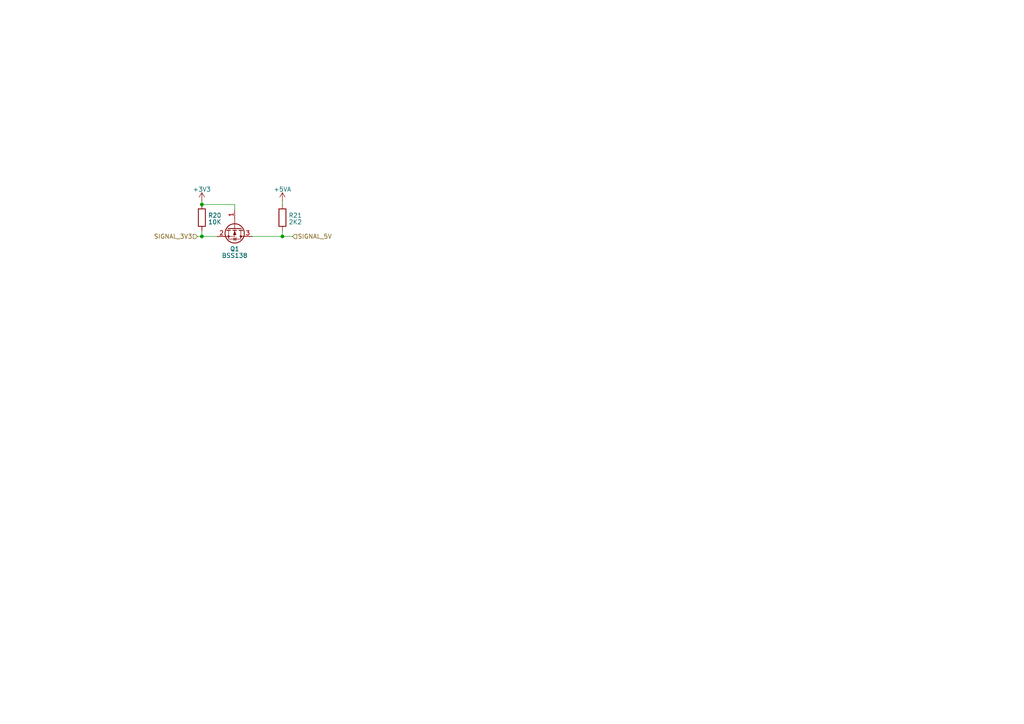
<source format=kicad_sch>
(kicad_sch (version 20230121) (generator eeschema)

  (uuid dbfe1f4b-e41e-4aa5-be9d-846fe4dcca89)

  (paper "A4")

  (lib_symbols
    (symbol "Device:R" (pin_numbers hide) (pin_names (offset 0)) (in_bom yes) (on_board yes)
      (property "Reference" "R" (at 2.032 0 90)
        (effects (font (size 1.27 1.27)))
      )
      (property "Value" "R" (at 0 0 90)
        (effects (font (size 1.27 1.27)))
      )
      (property "Footprint" "" (at -1.778 0 90)
        (effects (font (size 1.27 1.27)) hide)
      )
      (property "Datasheet" "~" (at 0 0 0)
        (effects (font (size 1.27 1.27)) hide)
      )
      (property "ki_keywords" "R res resistor" (at 0 0 0)
        (effects (font (size 1.27 1.27)) hide)
      )
      (property "ki_description" "Resistor" (at 0 0 0)
        (effects (font (size 1.27 1.27)) hide)
      )
      (property "ki_fp_filters" "R_*" (at 0 0 0)
        (effects (font (size 1.27 1.27)) hide)
      )
      (symbol "R_0_1"
        (rectangle (start -1.016 -2.54) (end 1.016 2.54)
          (stroke (width 0.254) (type default))
          (fill (type none))
        )
      )
      (symbol "R_1_1"
        (pin passive line (at 0 3.81 270) (length 1.27)
          (name "~" (effects (font (size 1.27 1.27))))
          (number "1" (effects (font (size 1.27 1.27))))
        )
        (pin passive line (at 0 -3.81 90) (length 1.27)
          (name "~" (effects (font (size 1.27 1.27))))
          (number "2" (effects (font (size 1.27 1.27))))
        )
      )
    )
    (symbol "Transistor_FET:BSS138" (pin_names hide) (in_bom yes) (on_board yes)
      (property "Reference" "Q" (at 5.08 1.905 0)
        (effects (font (size 1.27 1.27)) (justify left))
      )
      (property "Value" "BSS138" (at 5.08 0 0)
        (effects (font (size 1.27 1.27)) (justify left))
      )
      (property "Footprint" "Package_TO_SOT_SMD:SOT-23" (at 5.08 -1.905 0)
        (effects (font (size 1.27 1.27) italic) (justify left) hide)
      )
      (property "Datasheet" "https://www.onsemi.com/pub/Collateral/BSS138-D.PDF" (at 0 0 0)
        (effects (font (size 1.27 1.27)) (justify left) hide)
      )
      (property "ki_keywords" "N-Channel MOSFET" (at 0 0 0)
        (effects (font (size 1.27 1.27)) hide)
      )
      (property "ki_description" "50V Vds, 0.22A Id, N-Channel MOSFET, SOT-23" (at 0 0 0)
        (effects (font (size 1.27 1.27)) hide)
      )
      (property "ki_fp_filters" "SOT?23*" (at 0 0 0)
        (effects (font (size 1.27 1.27)) hide)
      )
      (symbol "BSS138_0_1"
        (polyline
          (pts
            (xy 0.254 0)
            (xy -2.54 0)
          )
          (stroke (width 0) (type default))
          (fill (type none))
        )
        (polyline
          (pts
            (xy 0.254 1.905)
            (xy 0.254 -1.905)
          )
          (stroke (width 0.254) (type default))
          (fill (type none))
        )
        (polyline
          (pts
            (xy 0.762 -1.27)
            (xy 0.762 -2.286)
          )
          (stroke (width 0.254) (type default))
          (fill (type none))
        )
        (polyline
          (pts
            (xy 0.762 0.508)
            (xy 0.762 -0.508)
          )
          (stroke (width 0.254) (type default))
          (fill (type none))
        )
        (polyline
          (pts
            (xy 0.762 2.286)
            (xy 0.762 1.27)
          )
          (stroke (width 0.254) (type default))
          (fill (type none))
        )
        (polyline
          (pts
            (xy 2.54 2.54)
            (xy 2.54 1.778)
          )
          (stroke (width 0) (type default))
          (fill (type none))
        )
        (polyline
          (pts
            (xy 2.54 -2.54)
            (xy 2.54 0)
            (xy 0.762 0)
          )
          (stroke (width 0) (type default))
          (fill (type none))
        )
        (polyline
          (pts
            (xy 0.762 -1.778)
            (xy 3.302 -1.778)
            (xy 3.302 1.778)
            (xy 0.762 1.778)
          )
          (stroke (width 0) (type default))
          (fill (type none))
        )
        (polyline
          (pts
            (xy 1.016 0)
            (xy 2.032 0.381)
            (xy 2.032 -0.381)
            (xy 1.016 0)
          )
          (stroke (width 0) (type default))
          (fill (type outline))
        )
        (polyline
          (pts
            (xy 2.794 0.508)
            (xy 2.921 0.381)
            (xy 3.683 0.381)
            (xy 3.81 0.254)
          )
          (stroke (width 0) (type default))
          (fill (type none))
        )
        (polyline
          (pts
            (xy 3.302 0.381)
            (xy 2.921 -0.254)
            (xy 3.683 -0.254)
            (xy 3.302 0.381)
          )
          (stroke (width 0) (type default))
          (fill (type none))
        )
        (circle (center 1.651 0) (radius 2.794)
          (stroke (width 0.254) (type default))
          (fill (type none))
        )
        (circle (center 2.54 -1.778) (radius 0.254)
          (stroke (width 0) (type default))
          (fill (type outline))
        )
        (circle (center 2.54 1.778) (radius 0.254)
          (stroke (width 0) (type default))
          (fill (type outline))
        )
      )
      (symbol "BSS138_1_1"
        (pin input line (at -5.08 0 0) (length 2.54)
          (name "G" (effects (font (size 1.27 1.27))))
          (number "1" (effects (font (size 1.27 1.27))))
        )
        (pin passive line (at 2.54 -5.08 90) (length 2.54)
          (name "S" (effects (font (size 1.27 1.27))))
          (number "2" (effects (font (size 1.27 1.27))))
        )
        (pin passive line (at 2.54 5.08 270) (length 2.54)
          (name "D" (effects (font (size 1.27 1.27))))
          (number "3" (effects (font (size 1.27 1.27))))
        )
      )
    )
    (symbol "power:+3V3" (power) (pin_names (offset 0)) (in_bom yes) (on_board yes)
      (property "Reference" "#PWR" (at 0 -3.81 0)
        (effects (font (size 1.27 1.27)) hide)
      )
      (property "Value" "+3V3" (at 0 3.556 0)
        (effects (font (size 1.27 1.27)))
      )
      (property "Footprint" "" (at 0 0 0)
        (effects (font (size 1.27 1.27)) hide)
      )
      (property "Datasheet" "" (at 0 0 0)
        (effects (font (size 1.27 1.27)) hide)
      )
      (property "ki_keywords" "global power" (at 0 0 0)
        (effects (font (size 1.27 1.27)) hide)
      )
      (property "ki_description" "Power symbol creates a global label with name \"+3V3\"" (at 0 0 0)
        (effects (font (size 1.27 1.27)) hide)
      )
      (symbol "+3V3_0_1"
        (polyline
          (pts
            (xy -0.762 1.27)
            (xy 0 2.54)
          )
          (stroke (width 0) (type default))
          (fill (type none))
        )
        (polyline
          (pts
            (xy 0 0)
            (xy 0 2.54)
          )
          (stroke (width 0) (type default))
          (fill (type none))
        )
        (polyline
          (pts
            (xy 0 2.54)
            (xy 0.762 1.27)
          )
          (stroke (width 0) (type default))
          (fill (type none))
        )
      )
      (symbol "+3V3_1_1"
        (pin power_in line (at 0 0 90) (length 0) hide
          (name "+3V3" (effects (font (size 1.27 1.27))))
          (number "1" (effects (font (size 1.27 1.27))))
        )
      )
    )
    (symbol "power:+5VA" (power) (pin_names (offset 0)) (in_bom yes) (on_board yes)
      (property "Reference" "#PWR" (at 0 -3.81 0)
        (effects (font (size 1.27 1.27)) hide)
      )
      (property "Value" "+5VA" (at 0 3.556 0)
        (effects (font (size 1.27 1.27)))
      )
      (property "Footprint" "" (at 0 0 0)
        (effects (font (size 1.27 1.27)) hide)
      )
      (property "Datasheet" "" (at 0 0 0)
        (effects (font (size 1.27 1.27)) hide)
      )
      (property "ki_keywords" "global power" (at 0 0 0)
        (effects (font (size 1.27 1.27)) hide)
      )
      (property "ki_description" "Power symbol creates a global label with name \"+5VA\"" (at 0 0 0)
        (effects (font (size 1.27 1.27)) hide)
      )
      (symbol "+5VA_0_1"
        (polyline
          (pts
            (xy -0.762 1.27)
            (xy 0 2.54)
          )
          (stroke (width 0) (type default))
          (fill (type none))
        )
        (polyline
          (pts
            (xy 0 0)
            (xy 0 2.54)
          )
          (stroke (width 0) (type default))
          (fill (type none))
        )
        (polyline
          (pts
            (xy 0 2.54)
            (xy 0.762 1.27)
          )
          (stroke (width 0) (type default))
          (fill (type none))
        )
      )
      (symbol "+5VA_1_1"
        (pin power_in line (at 0 0 90) (length 0) hide
          (name "+5VA" (effects (font (size 1.27 1.27))))
          (number "1" (effects (font (size 1.27 1.27))))
        )
      )
    )
  )

  (junction (at 81.915 68.58) (diameter 0) (color 0 0 0 0)
    (uuid 0fa51e4c-9ff6-4966-b2ea-3910802396fb)
  )
  (junction (at 58.547 68.58) (diameter 0) (color 0 0 0 0)
    (uuid c5009fbf-6512-44ad-95aa-d7559bef1a92)
  )
  (junction (at 58.547 59.309) (diameter 0) (color 0 0 0 0)
    (uuid df5bb2b7-13d1-4bb2-9523-395b66faff38)
  )

  (wire (pts (xy 57.277 68.58) (xy 58.547 68.58))
    (stroke (width 0) (type default))
    (uuid 3abcd6d5-6516-4ca0-8275-b5f4114ec7e0)
  )
  (wire (pts (xy 81.915 68.58) (xy 84.836 68.58))
    (stroke (width 0) (type default))
    (uuid 69822894-a683-4a2d-b72c-3a4d2eaff582)
  )
  (wire (pts (xy 58.547 59.309) (xy 68.072 59.309))
    (stroke (width 0) (type default))
    (uuid 7aadc54a-4444-493f-b75a-32dd95d417e7)
  )
  (wire (pts (xy 58.547 68.58) (xy 62.992 68.58))
    (stroke (width 0) (type default))
    (uuid 8692e1d4-0d01-49e1-af90-8485d410c4e6)
  )
  (wire (pts (xy 58.547 66.929) (xy 58.547 68.58))
    (stroke (width 0) (type default))
    (uuid 918db7d0-09b0-4bb5-a0f7-5a7a51fd82a4)
  )
  (wire (pts (xy 73.152 68.58) (xy 81.915 68.58))
    (stroke (width 0) (type default))
    (uuid abe9b456-205c-41df-b0f2-3c349a640e5d)
  )
  (wire (pts (xy 68.072 59.309) (xy 68.072 60.96))
    (stroke (width 0) (type default))
    (uuid ac524529-34b2-4fb2-a59a-4241c9288063)
  )
  (wire (pts (xy 81.915 68.58) (xy 81.915 66.929))
    (stroke (width 0) (type default))
    (uuid c3eabc91-c00b-435b-9d72-76cc7a341f6e)
  )
  (wire (pts (xy 58.547 58.42) (xy 58.547 59.309))
    (stroke (width 0) (type default))
    (uuid e1dcb94d-3101-48df-ad21-58016ba15c5a)
  )
  (wire (pts (xy 81.915 58.42) (xy 81.915 59.309))
    (stroke (width 0) (type default))
    (uuid ef22a920-abd5-4cc3-84d3-5431b3a05cc2)
  )

  (hierarchical_label "SIGNAL_5V" (shape input) (at 84.836 68.58 0) (fields_autoplaced)
    (effects (font (size 1.27 1.27)) (justify left))
    (uuid 42e54caf-3361-43b4-9b47-94ed2368fa8e)
  )
  (hierarchical_label "SIGNAL_3V3" (shape input) (at 57.277 68.58 180) (fields_autoplaced)
    (effects (font (size 1.27 1.27)) (justify right))
    (uuid 9be4fe6a-2b18-49eb-9532-5bb332f86fed)
  )

  (symbol (lib_id "Device:R") (at 81.915 63.119 0) (unit 1)
    (in_bom yes) (on_board yes) (dnp no) (fields_autoplaced)
    (uuid 037b8f0c-61d8-44eb-8ea0-af8a8103f144)
    (property "Reference" "R21" (at 83.693 62.4753 0)
      (effects (font (size 1.27 1.27)) (justify left))
    )
    (property "Value" "2K2" (at 83.693 64.3963 0)
      (effects (font (size 1.27 1.27)) (justify left))
    )
    (property "Footprint" "Resistor_SMD:R_0402_1005Metric" (at 80.137 63.119 90)
      (effects (font (size 1.27 1.27)) hide)
    )
    (property "Datasheet" "~" (at 81.915 63.119 0)
      (effects (font (size 1.27 1.27)) hide)
    )
    (pin "1" (uuid 6d2e5e1a-b50c-4484-bd69-59fea3808d67))
    (pin "2" (uuid 54d9a5ba-af40-4f3e-8218-c26ce96a6c55))
    (instances
      (project "mapacr_budget"
        (path "/71b974b8-1ba1-4062-b002-6a1a7fefb29b/8cfa11ff-dd62-4aeb-a414-e7e5d31b38ef"
          (reference "R21") (unit 1)
        )
        (path "/71b974b8-1ba1-4062-b002-6a1a7fefb29b/70ff2713-ed51-4d45-b824-47e93346f91c"
          (reference "R23") (unit 1)
        )
        (path "/71b974b8-1ba1-4062-b002-6a1a7fefb29b/23e3ba0b-fb35-4f58-8224-c613917f1684"
          (reference "R25") (unit 1)
        )
        (path "/71b974b8-1ba1-4062-b002-6a1a7fefb29b/45bd6c90-d49f-4436-9627-b5c83329d632"
          (reference "R27") (unit 1)
        )
        (path "/71b974b8-1ba1-4062-b002-6a1a7fefb29b/4fffa641-4a49-4983-a552-cab9b1dc8780"
          (reference "R29") (unit 1)
        )
        (path "/71b974b8-1ba1-4062-b002-6a1a7fefb29b/a6257cfc-61a8-4060-9bb5-4ed5ff7ddfb1"
          (reference "R31") (unit 1)
        )
        (path "/71b974b8-1ba1-4062-b002-6a1a7fefb29b/6fca7568-82ea-4051-8988-3c9b298a9f77"
          (reference "R33") (unit 1)
        )
        (path "/71b974b8-1ba1-4062-b002-6a1a7fefb29b/aef09f70-6ab9-48bc-8ce9-de1049278e68"
          (reference "R35") (unit 1)
        )
        (path "/71b974b8-1ba1-4062-b002-6a1a7fefb29b/cc3761af-1d39-4e5f-8b56-967fabf1f72d"
          (reference "R49") (unit 1)
        )
        (path "/71b974b8-1ba1-4062-b002-6a1a7fefb29b/a2914993-5434-4004-a769-e30b171184d1"
          (reference "R37") (unit 1)
        )
        (path "/71b974b8-1ba1-4062-b002-6a1a7fefb29b/cdedb74e-a595-4085-a533-c4a62792d467"
          (reference "R39") (unit 1)
        )
        (path "/71b974b8-1ba1-4062-b002-6a1a7fefb29b/5664a853-609e-4937-a3a8-254fef92fd2b"
          (reference "R41") (unit 1)
        )
        (path "/71b974b8-1ba1-4062-b002-6a1a7fefb29b/2afb5a30-7197-4b9e-85fe-73048be16e45"
          (reference "R43") (unit 1)
        )
        (path "/71b974b8-1ba1-4062-b002-6a1a7fefb29b/80356ff6-3987-424f-b578-496047869711"
          (reference "R51") (unit 1)
        )
      )
    )
  )

  (symbol (lib_id "Transistor_FET:BSS138") (at 68.072 66.04 270) (unit 1)
    (in_bom yes) (on_board yes) (dnp no) (fields_autoplaced)
    (uuid 19d62f84-e267-48b8-9929-9c15394cd71f)
    (property "Reference" "Q1" (at 68.072 72.2075 90)
      (effects (font (size 1.27 1.27)))
    )
    (property "Value" "BSS138" (at 68.072 74.1285 90)
      (effects (font (size 1.27 1.27)))
    )
    (property "Footprint" "Package_TO_SOT_SMD:SOT-23" (at 66.167 71.12 0)
      (effects (font (size 1.27 1.27) italic) (justify left) hide)
    )
    (property "Datasheet" "https://www.onsemi.com/pub/Collateral/BSS138-D.PDF" (at 68.072 66.04 0)
      (effects (font (size 1.27 1.27)) (justify left) hide)
    )
    (pin "1" (uuid 884b385e-7204-49bd-8f86-455010e2df41))
    (pin "2" (uuid 487bf129-7f1c-4e07-96d4-1ca07134cd6c))
    (pin "3" (uuid 4828e2c0-1567-4863-aa00-fe28d01121ab))
    (instances
      (project "mapacr_budget"
        (path "/71b974b8-1ba1-4062-b002-6a1a7fefb29b/8cfa11ff-dd62-4aeb-a414-e7e5d31b38ef"
          (reference "Q1") (unit 1)
        )
        (path "/71b974b8-1ba1-4062-b002-6a1a7fefb29b/70ff2713-ed51-4d45-b824-47e93346f91c"
          (reference "Q2") (unit 1)
        )
        (path "/71b974b8-1ba1-4062-b002-6a1a7fefb29b/23e3ba0b-fb35-4f58-8224-c613917f1684"
          (reference "Q3") (unit 1)
        )
        (path "/71b974b8-1ba1-4062-b002-6a1a7fefb29b/45bd6c90-d49f-4436-9627-b5c83329d632"
          (reference "Q4") (unit 1)
        )
        (path "/71b974b8-1ba1-4062-b002-6a1a7fefb29b/4fffa641-4a49-4983-a552-cab9b1dc8780"
          (reference "Q5") (unit 1)
        )
        (path "/71b974b8-1ba1-4062-b002-6a1a7fefb29b/a6257cfc-61a8-4060-9bb5-4ed5ff7ddfb1"
          (reference "Q6") (unit 1)
        )
        (path "/71b974b8-1ba1-4062-b002-6a1a7fefb29b/6fca7568-82ea-4051-8988-3c9b298a9f77"
          (reference "Q7") (unit 1)
        )
        (path "/71b974b8-1ba1-4062-b002-6a1a7fefb29b/aef09f70-6ab9-48bc-8ce9-de1049278e68"
          (reference "Q8") (unit 1)
        )
        (path "/71b974b8-1ba1-4062-b002-6a1a7fefb29b/cc3761af-1d39-4e5f-8b56-967fabf1f72d"
          (reference "Q15") (unit 1)
        )
        (path "/71b974b8-1ba1-4062-b002-6a1a7fefb29b/a2914993-5434-4004-a769-e30b171184d1"
          (reference "Q9") (unit 1)
        )
        (path "/71b974b8-1ba1-4062-b002-6a1a7fefb29b/cdedb74e-a595-4085-a533-c4a62792d467"
          (reference "Q10") (unit 1)
        )
        (path "/71b974b8-1ba1-4062-b002-6a1a7fefb29b/5664a853-609e-4937-a3a8-254fef92fd2b"
          (reference "Q11") (unit 1)
        )
        (path "/71b974b8-1ba1-4062-b002-6a1a7fefb29b/2afb5a30-7197-4b9e-85fe-73048be16e45"
          (reference "Q12") (unit 1)
        )
        (path "/71b974b8-1ba1-4062-b002-6a1a7fefb29b/80356ff6-3987-424f-b578-496047869711"
          (reference "Q16") (unit 1)
        )
      )
    )
  )

  (symbol (lib_id "Device:R") (at 58.547 63.119 0) (unit 1)
    (in_bom yes) (on_board yes) (dnp no) (fields_autoplaced)
    (uuid a02155c6-87d1-4212-b019-a8e98101db2e)
    (property "Reference" "R20" (at 60.325 62.4753 0)
      (effects (font (size 1.27 1.27)) (justify left))
    )
    (property "Value" "10K" (at 60.325 64.3963 0)
      (effects (font (size 1.27 1.27)) (justify left))
    )
    (property "Footprint" "Resistor_SMD:R_0402_1005Metric" (at 56.769 63.119 90)
      (effects (font (size 1.27 1.27)) hide)
    )
    (property "Datasheet" "~" (at 58.547 63.119 0)
      (effects (font (size 1.27 1.27)) hide)
    )
    (pin "1" (uuid eff9193d-a1e8-4ae8-8d0d-029736332c80))
    (pin "2" (uuid 7f1577ed-ea2a-4da4-bb7b-5ae2130fe9bd))
    (instances
      (project "mapacr_budget"
        (path "/71b974b8-1ba1-4062-b002-6a1a7fefb29b/8cfa11ff-dd62-4aeb-a414-e7e5d31b38ef"
          (reference "R20") (unit 1)
        )
        (path "/71b974b8-1ba1-4062-b002-6a1a7fefb29b/70ff2713-ed51-4d45-b824-47e93346f91c"
          (reference "R22") (unit 1)
        )
        (path "/71b974b8-1ba1-4062-b002-6a1a7fefb29b/23e3ba0b-fb35-4f58-8224-c613917f1684"
          (reference "R24") (unit 1)
        )
        (path "/71b974b8-1ba1-4062-b002-6a1a7fefb29b/45bd6c90-d49f-4436-9627-b5c83329d632"
          (reference "R26") (unit 1)
        )
        (path "/71b974b8-1ba1-4062-b002-6a1a7fefb29b/4fffa641-4a49-4983-a552-cab9b1dc8780"
          (reference "R28") (unit 1)
        )
        (path "/71b974b8-1ba1-4062-b002-6a1a7fefb29b/a6257cfc-61a8-4060-9bb5-4ed5ff7ddfb1"
          (reference "R30") (unit 1)
        )
        (path "/71b974b8-1ba1-4062-b002-6a1a7fefb29b/6fca7568-82ea-4051-8988-3c9b298a9f77"
          (reference "R32") (unit 1)
        )
        (path "/71b974b8-1ba1-4062-b002-6a1a7fefb29b/aef09f70-6ab9-48bc-8ce9-de1049278e68"
          (reference "R34") (unit 1)
        )
        (path "/71b974b8-1ba1-4062-b002-6a1a7fefb29b/cc3761af-1d39-4e5f-8b56-967fabf1f72d"
          (reference "R48") (unit 1)
        )
        (path "/71b974b8-1ba1-4062-b002-6a1a7fefb29b/a2914993-5434-4004-a769-e30b171184d1"
          (reference "R36") (unit 1)
        )
        (path "/71b974b8-1ba1-4062-b002-6a1a7fefb29b/cdedb74e-a595-4085-a533-c4a62792d467"
          (reference "R38") (unit 1)
        )
        (path "/71b974b8-1ba1-4062-b002-6a1a7fefb29b/5664a853-609e-4937-a3a8-254fef92fd2b"
          (reference "R40") (unit 1)
        )
        (path "/71b974b8-1ba1-4062-b002-6a1a7fefb29b/2afb5a30-7197-4b9e-85fe-73048be16e45"
          (reference "R42") (unit 1)
        )
        (path "/71b974b8-1ba1-4062-b002-6a1a7fefb29b/80356ff6-3987-424f-b578-496047869711"
          (reference "R50") (unit 1)
        )
      )
    )
  )

  (symbol (lib_id "power:+3V3") (at 58.547 58.42 0) (unit 1)
    (in_bom yes) (on_board yes) (dnp no) (fields_autoplaced)
    (uuid e92388b6-a163-4e9f-bfc2-31c60bcb817b)
    (property "Reference" "#PWR099" (at 58.547 62.23 0)
      (effects (font (size 1.27 1.27)) hide)
    )
    (property "Value" "+3V3" (at 58.547 54.9181 0)
      (effects (font (size 1.27 1.27)))
    )
    (property "Footprint" "" (at 58.547 58.42 0)
      (effects (font (size 1.27 1.27)) hide)
    )
    (property "Datasheet" "" (at 58.547 58.42 0)
      (effects (font (size 1.27 1.27)) hide)
    )
    (pin "1" (uuid ce557d58-ddc2-4089-b7ec-c57cdd3459cd))
    (instances
      (project "mapacr_budget"
        (path "/71b974b8-1ba1-4062-b002-6a1a7fefb29b/8cfa11ff-dd62-4aeb-a414-e7e5d31b38ef"
          (reference "#PWR099") (unit 1)
        )
        (path "/71b974b8-1ba1-4062-b002-6a1a7fefb29b/70ff2713-ed51-4d45-b824-47e93346f91c"
          (reference "#PWR0106") (unit 1)
        )
        (path "/71b974b8-1ba1-4062-b002-6a1a7fefb29b/23e3ba0b-fb35-4f58-8224-c613917f1684"
          (reference "#PWR0108") (unit 1)
        )
        (path "/71b974b8-1ba1-4062-b002-6a1a7fefb29b/45bd6c90-d49f-4436-9627-b5c83329d632"
          (reference "#PWR0111") (unit 1)
        )
        (path "/71b974b8-1ba1-4062-b002-6a1a7fefb29b/4fffa641-4a49-4983-a552-cab9b1dc8780"
          (reference "#PWR0113") (unit 1)
        )
        (path "/71b974b8-1ba1-4062-b002-6a1a7fefb29b/a6257cfc-61a8-4060-9bb5-4ed5ff7ddfb1"
          (reference "#PWR0115") (unit 1)
        )
        (path "/71b974b8-1ba1-4062-b002-6a1a7fefb29b/6fca7568-82ea-4051-8988-3c9b298a9f77"
          (reference "#PWR0117") (unit 1)
        )
        (path "/71b974b8-1ba1-4062-b002-6a1a7fefb29b/aef09f70-6ab9-48bc-8ce9-de1049278e68"
          (reference "#PWR0119") (unit 1)
        )
        (path "/71b974b8-1ba1-4062-b002-6a1a7fefb29b/cc3761af-1d39-4e5f-8b56-967fabf1f72d"
          (reference "#PWR0133") (unit 1)
        )
        (path "/71b974b8-1ba1-4062-b002-6a1a7fefb29b/a2914993-5434-4004-a769-e30b171184d1"
          (reference "#PWR0121") (unit 1)
        )
        (path "/71b974b8-1ba1-4062-b002-6a1a7fefb29b/cdedb74e-a595-4085-a533-c4a62792d467"
          (reference "#PWR0123") (unit 1)
        )
        (path "/71b974b8-1ba1-4062-b002-6a1a7fefb29b/5664a853-609e-4937-a3a8-254fef92fd2b"
          (reference "#PWR0125") (unit 1)
        )
        (path "/71b974b8-1ba1-4062-b002-6a1a7fefb29b/2afb5a30-7197-4b9e-85fe-73048be16e45"
          (reference "#PWR0127") (unit 1)
        )
        (path "/71b974b8-1ba1-4062-b002-6a1a7fefb29b/80356ff6-3987-424f-b578-496047869711"
          (reference "#PWR0135") (unit 1)
        )
      )
    )
  )

  (symbol (lib_id "power:+5VA") (at 81.915 58.42 0) (unit 1)
    (in_bom yes) (on_board yes) (dnp no) (fields_autoplaced)
    (uuid f48d7fe6-e78e-43c8-85be-35a23ea30a90)
    (property "Reference" "#PWR0105" (at 81.915 62.23 0)
      (effects (font (size 1.27 1.27)) hide)
    )
    (property "Value" "+5VA" (at 81.915 54.9181 0)
      (effects (font (size 1.27 1.27)))
    )
    (property "Footprint" "" (at 81.915 58.42 0)
      (effects (font (size 1.27 1.27)) hide)
    )
    (property "Datasheet" "" (at 81.915 58.42 0)
      (effects (font (size 1.27 1.27)) hide)
    )
    (pin "1" (uuid f6c2eac7-fca4-4a20-bf72-72c8001f0b30))
    (instances
      (project "mapacr_budget"
        (path "/71b974b8-1ba1-4062-b002-6a1a7fefb29b/8cfa11ff-dd62-4aeb-a414-e7e5d31b38ef"
          (reference "#PWR0105") (unit 1)
        )
        (path "/71b974b8-1ba1-4062-b002-6a1a7fefb29b/70ff2713-ed51-4d45-b824-47e93346f91c"
          (reference "#PWR0107") (unit 1)
        )
        (path "/71b974b8-1ba1-4062-b002-6a1a7fefb29b/23e3ba0b-fb35-4f58-8224-c613917f1684"
          (reference "#PWR0110") (unit 1)
        )
        (path "/71b974b8-1ba1-4062-b002-6a1a7fefb29b/45bd6c90-d49f-4436-9627-b5c83329d632"
          (reference "#PWR0112") (unit 1)
        )
        (path "/71b974b8-1ba1-4062-b002-6a1a7fefb29b/4fffa641-4a49-4983-a552-cab9b1dc8780"
          (reference "#PWR0114") (unit 1)
        )
        (path "/71b974b8-1ba1-4062-b002-6a1a7fefb29b/a6257cfc-61a8-4060-9bb5-4ed5ff7ddfb1"
          (reference "#PWR0116") (unit 1)
        )
        (path "/71b974b8-1ba1-4062-b002-6a1a7fefb29b/6fca7568-82ea-4051-8988-3c9b298a9f77"
          (reference "#PWR0118") (unit 1)
        )
        (path "/71b974b8-1ba1-4062-b002-6a1a7fefb29b/aef09f70-6ab9-48bc-8ce9-de1049278e68"
          (reference "#PWR0120") (unit 1)
        )
        (path "/71b974b8-1ba1-4062-b002-6a1a7fefb29b/cc3761af-1d39-4e5f-8b56-967fabf1f72d"
          (reference "#PWR0134") (unit 1)
        )
        (path "/71b974b8-1ba1-4062-b002-6a1a7fefb29b/a2914993-5434-4004-a769-e30b171184d1"
          (reference "#PWR0122") (unit 1)
        )
        (path "/71b974b8-1ba1-4062-b002-6a1a7fefb29b/cdedb74e-a595-4085-a533-c4a62792d467"
          (reference "#PWR0124") (unit 1)
        )
        (path "/71b974b8-1ba1-4062-b002-6a1a7fefb29b/5664a853-609e-4937-a3a8-254fef92fd2b"
          (reference "#PWR0126") (unit 1)
        )
        (path "/71b974b8-1ba1-4062-b002-6a1a7fefb29b/2afb5a30-7197-4b9e-85fe-73048be16e45"
          (reference "#PWR0128") (unit 1)
        )
        (path "/71b974b8-1ba1-4062-b002-6a1a7fefb29b/80356ff6-3987-424f-b578-496047869711"
          (reference "#PWR0136") (unit 1)
        )
      )
    )
  )
)

</source>
